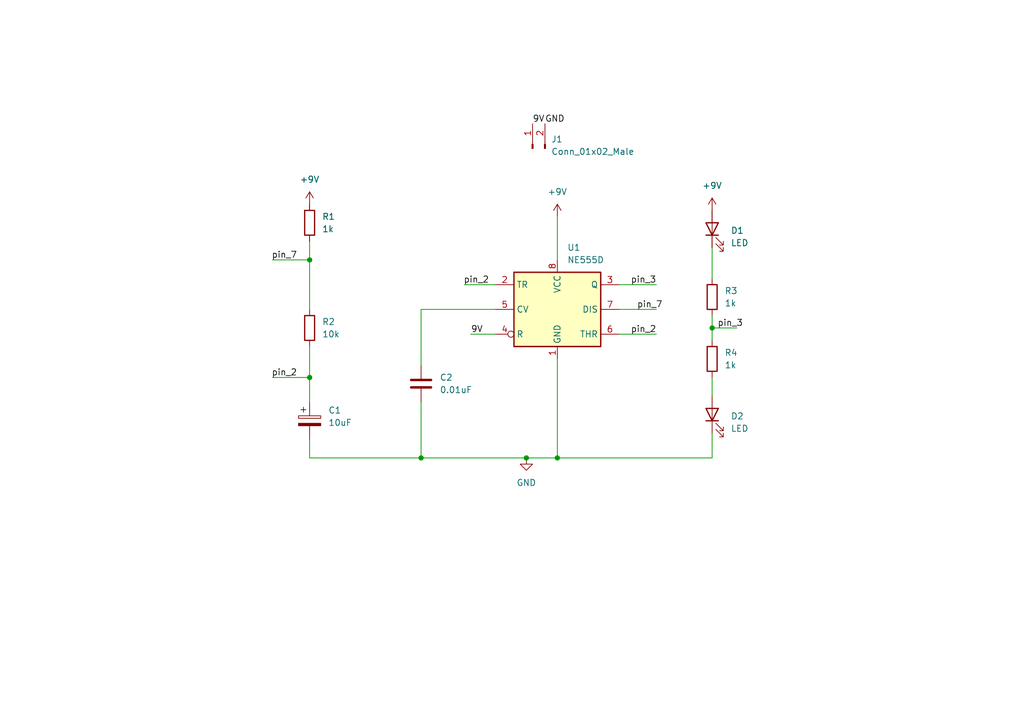
<source format=kicad_sch>
(kicad_sch (version 20211123) (generator eeschema)
  (paper "A5")
  (lib_symbols
    (symbol "Connector:Conn_01x02_Male" (pin_names (offset 1.016) hide)
      (property "Reference" "J" (at 0 2.54 0))
      (property "Value" "Conn_01x02_Male" (at 0 -5.08 0))
      (symbol "Conn_01x02_Male_1_1"
        (polyline (pts (xy 1.27 -2.54) (xy 0.8636 -2.54)) (stroke (width 0.1524)))
        (polyline (pts (xy 1.27 0) (xy 0.8636 0)) (stroke (width 0.1524)))
        (rectangle (start 0.8636 -2.413) (end 0 -2.667) (stroke (width 0.1524)) (fill (type outline)))
        (rectangle (start 0.8636 0.127) (end 0 -0.127) (stroke (width 0.1524)) (fill (type outline)))
        (pin passive line (at 5.08 0 180) (length 3.81) (name "Pin_1") (number "1"))
        (pin passive line (at 5.08 -2.54 180) (length 3.81) (name "Pin_2") (number "2"))
      )
    )
    (symbol "Device:C" (pin_numbers hide) (pin_names (offset 0.254))
      (property "Reference" "C" (at 0.635 2.54 0))
      (property "Value" "C" (at 0.635 -2.54 0))
      (symbol "C_0_1"
        (polyline (pts (xy -2.032 -0.762) (xy 2.032 -0.762)) (stroke (width 0.508)))
        (polyline (pts (xy -2.032 0.762) (xy 2.032 0.762)) (stroke (width 0.508)))
      )
      (symbol "C_1_1"
        (pin passive line (at 0 3.81 270) (length 2.794) (name "~") (number "1"))
        (pin passive line (at 0 -3.81 90) (length 2.794) (name "~") (number "2"))
      )
    )
    (symbol "Device:C_Polarized" (pin_numbers hide) (pin_names (offset 0.254))
      (property "Reference" "C" (at 0.635 2.54 0))
      (property "Value" "C_Polarized" (at 0.635 -2.54 0))
      (symbol "C_Polarized_0_1"
        (rectangle (start -2.286 0.508) (end 2.286 1.016))
        (polyline (pts (xy -1.778 2.286) (xy -0.762 2.286)))
        (polyline (pts (xy -1.27 2.794) (xy -1.27 1.778)))
        (rectangle (start 2.286 -0.508) (end -2.286 -1.016) (fill (type outline)))
      )
      (symbol "C_Polarized_1_1"
        (pin passive line (at 0 3.81 270) (length 2.794) (name "~") (number "1"))
        (pin passive line (at 0 -3.81 90) (length 2.794) (name "~") (number "2"))
      )
    )
    (symbol "Device:LED" (pin_numbers hide) (pin_names (offset 1.016) hide)
      (property "Reference" "D" (at 0 2.54 0))
      (property "Value" "LED" (at 0 -2.54 0))
      (symbol "LED_0_1"
        (polyline (pts (xy -1.27 -1.27) (xy -1.27 1.27)) (stroke (width 0.254)))
        (polyline (pts (xy -1.27 0) (xy 1.27 0)))
        (polyline (pts (xy 1.27 -1.27) (xy 1.27 1.27) (xy -1.27 0) (xy 1.27 -1.27)) (stroke (width 0.254)))
        (polyline (pts (xy -3.048 -0.762) (xy -4.572 -2.286) (xy -3.81 -2.286) (xy -4.572 -2.286) (xy -4.572 -1.524)))
        (polyline (pts (xy -1.778 -0.762) (xy -3.302 -2.286) (xy -2.54 -2.286) (xy -3.302 -2.286) (xy -3.302 -1.524)))
      )
      (symbol "LED_1_1"
        (pin passive line (at -3.81 0 0) (length 2.54) (name "K") (number "1"))
        (pin passive line (at 3.81 0 180) (length 2.54) (name "A") (number "2"))
      )
    )
    (symbol "Device:R" (pin_numbers hide) (pin_names (offset 0))
      (property "Reference" "R" (at 2.032 0 90))
      (property "Value" "R" (at 0 0 90))
      (symbol "R_0_1"
        (rectangle (start -1.016 -2.54) (end 1.016 2.54) (stroke (width 0.254)))
      )
      (symbol "R_1_1"
        (pin passive line (at 0 3.81 270) (length 1.27) (name "~") (number "1"))
        (pin passive line (at 0 -3.81 90) (length 1.27) (name "~") (number "2"))
      )
    )
    (symbol "Timer:NE555D"
      (property "Reference" "U" (at -10.16 8.89 0))
      (property "Value" "NE555D" (at 2.54 8.89 0))
      (symbol "NE555D_0_0"
        (pin power_in line (at 0 -10.16 90) (length 2.54) (name "GND") (number "1"))
        (pin power_in line (at 0 10.16 270) (length 2.54) (name "VCC") (number "8"))
      )
      (symbol "NE555D_0_1"
        (rectangle (start -8.89 -7.62) (end 8.89 7.62) (stroke (width 0.254)) (fill (type background)))
        (rectangle (start -8.89 -7.62) (end 8.89 7.62) (stroke (width 0.254)) (fill (type background)))
      )
      (symbol "NE555D_1_1"
        (pin input line (at -12.7 5.08 0) (length 3.81) (name "TR") (number "2"))
        (pin output line (at 12.7 5.08 180) (length 3.81) (name "Q") (number "3"))
        (pin input inverted (at -12.7 -5.08 0) (length 3.81) (name "R") (number "4"))
        (pin input line (at -12.7 0 0) (length 3.81) (name "CV") (number "5"))
        (pin input line (at 12.7 -5.08 180) (length 3.81) (name "THR") (number "6"))
        (pin input line (at 12.7 0 180) (length 3.81) (name "DIS") (number "7"))
      )
    )
    (symbol "power:+9V" (power) (pin_names (offset 0))
      (property "Value" "+9V" (at 0 3.556 0))
      (symbol "+9V_0_1"
        (polyline (pts (xy -0.762 1.27) (xy 0 2.54)))
        (polyline (pts (xy 0 0) (xy 0 2.54)))
        (polyline (pts (xy 0 2.54) (xy 0.762 1.27)))
      )
      (symbol "+9V_1_1"
        (pin power_in line (at 0 0 90) (length 0) hide (name "+9V") (number "1"))
      )
    )
    (symbol "power:GND" (power) (pin_names (offset 0))
      (property "Value" "GND" (at 0 -3.81 0))
      (symbol "GND_0_1"
        (polyline (pts (xy 0 0) (xy 0 -1.27) (xy 1.27 -1.27) (xy 0 -2.54) (xy -1.27 -1.27) (xy 0 -1.27)))
      )
      (symbol "GND_1_1"
        (pin power_in line (at 0 0 270) (length 0) hide (name "GND") (number "1"))
      )
    )
  )
  (junction (at 63.5 53.34))
  (junction (at 114.3 93.98))
  (junction (at 107.95 93.98))
  (junction (at 86.36 93.98))
  (junction (at 146.05 67.31))
  (junction (at 63.5 77.47))
  (wire (pts (xy 55.88 77.47) (xy 63.5 77.47)))
  (wire (pts (xy 63.5 53.34) (xy 63.5 63.5)))
  (wire (pts (xy 146.05 88.9) (xy 146.05 93.98)))
  (wire (pts (xy 146.05 50.8) (xy 146.05 57.15)))
  (wire (pts (xy 63.5 77.47) (xy 63.5 82.55)))
  (wire (pts (xy 127 63.5) (xy 134.62 63.5)))
  (wire (pts (xy 86.36 63.5) (xy 86.36 74.93)))
  (wire (pts (xy 146.05 93.98) (xy 114.3 93.98)))
  (wire (pts (xy 63.5 71.12) (xy 63.5 77.47)))
  (wire (pts (xy 55.88 53.34) (xy 63.5 53.34)))
  (wire (pts (xy 146.05 67.31) (xy 146.05 69.85)))
  (wire (pts (xy 101.6 63.5) (xy 86.36 63.5)))
  (wire (pts (xy 86.36 82.55) (xy 86.36 93.98)))
  (wire (pts (xy 146.05 64.77) (xy 146.05 67.31)))
  (wire (pts (xy 114.3 93.98) (xy 114.3 73.66)))
  (wire (pts (xy 63.5 93.98) (xy 86.36 93.98)))
  (wire (pts (xy 114.3 44.45) (xy 114.3 53.34)))
  (wire (pts (xy 146.05 67.31) (xy 151.13 67.31)))
  (wire (pts (xy 63.5 90.17) (xy 63.5 93.98)))
  (wire (pts (xy 127 58.42) (xy 134.62 58.42)))
  (wire (pts (xy 146.05 77.47) (xy 146.05 81.28)))
  (wire (pts (xy 96.52 68.58) (xy 101.6 68.58)))
  (wire (pts (xy 86.36 93.98) (xy 107.95 93.98)))
  (wire (pts (xy 127 68.58) (xy 134.62 68.58)))
  (wire (pts (xy 63.5 49.53) (xy 63.5 53.34)))
  (wire (pts (xy 107.95 93.98) (xy 114.3 93.98)))
  (wire (pts (xy 95.25 58.42) (xy 101.6 58.42)))
  (label "pin_3" (at 134.62 58.42 180))
  (label "pin_2" (at 134.62 68.58 180))
  (label "pin_7" (at 60.96 53.34 180))
  (label "pin_2" (at 100.33 58.42 180))
  (label "pin_7" (at 135.89 63.5 180))
  (label "pin_2" (at 60.96 77.47 180))
  (label "9V" (at 109.22 25.4 0))
  (label "9V" (at 99.06 68.58 180))
  (label "GND" (at 111.76 25.4 0))
  (label "pin_3" (at 152.4 67.31 180))
  (symbol (lib_id "Device:C") (at 86.36 78.74 0) (unit 1)
    (property "Reference" "C2" (at 90.17 77.4699 0) (effects (justify left)))
    (property "Value" "0.01uF" (at 90.17 80.0099 0) (effects (justify left)))
    (property "Footprint" "Capacitor_SMD:C_0805_2012Metric_Pad1.18x1.45mm_HandSolder" (effects hide))
  )
  (symbol (lib_id "Device:LED") (at 146.05 85.09 90) (unit 1)
    (property "Reference" "D2" (at 149.86 85.4074 90) (effects (justify right)))
    (property "Value" "LED" (at 149.86 87.9474 90) (effects (justify right)))
    (property "Footprint" "LED_SMD:LED_1206_3216Metric_Pad1.42x1.75mm_HandSolder" (effects hide))
  )
  (symbol (lib_id "Device:LED") (at 146.05 46.99 90) (unit 1)
    (property "Reference" "D1" (at 149.86 47.3074 90) (effects (justify right)))
    (property "Value" "LED" (at 149.86 49.8474 90) (effects (justify right)))
    (property "Footprint" "LED_SMD:LED_1206_3216Metric_Pad1.42x1.75mm_HandSolder" (effects hide))
  )
  (symbol (lib_id "Timer:NE555D") (at 114.3 63.5 0) (unit 1)
    (property "Reference" "U1" (at 116.3194 50.8 0) (effects (justify left)))
    (property "Value" "NE555D" (at 116.3194 53.34 0) (effects (justify left)))
    (property "Footprint" "Package_SO:SOIC-8-1EP_3.9x4.9mm_P1.27mm_EP2.29x3mm" (effects hide))
    (property "Datasheet" "http://www.ti.com/lit/ds/symlink/ne555.pdf" (effects hide))
  )
  (symbol (lib_id "Connector:Conn_01x02_Male") (at 109.22 30.48 90) (unit 1)
    (property "Reference" "J1" (at 113.03 28.5749 90) (effects (justify right)))
    (property "Value" "Conn_01x02_Male" (at 113.03 31.1149 90) (effects (justify right)))
    (property "Footprint" "TerminalBlock:TerminalBlock_bornier-2_P5.08mm" (effects hide))
  )
  (symbol (lib_id "Device:R") (at 146.05 73.66 180) (unit 1)
    (property "Reference" "R4" (at 148.59 72.3899 0) (effects (justify right)))
    (property "Value" "1k" (at 148.59 74.9299 0) (effects (justify right)))
    (property "Footprint" "Resistor_SMD:R_0805_2012Metric_Pad1.20x1.40mm_HandSolder" (effects hide))
  )
  (symbol (lib_id "Device:R") (at 63.5 45.72 180) (unit 1)
    (property "Reference" "R1" (at 66.04 44.4499 0) (effects (justify right)))
    (property "Value" "1k" (at 66.04 46.9899 0) (effects (justify right)))
    (property "Footprint" "Resistor_SMD:R_0805_2012Metric_Pad1.20x1.40mm_HandSolder" (effects hide))
  )
  (symbol (lib_id "power:GND") (at 107.95 93.98 0) (unit 1)
    (property "Reference" "#PWR06" (effects hide))
    (property "Value" "GND" (at 107.95 99.06 0))
  )
  (symbol (lib_id "Device:R") (at 63.5 67.31 180) (unit 1)
    (property "Reference" "R2" (at 66.04 66.0399 0) (effects (justify right)))
    (property "Value" "10k" (at 66.04 68.5799 0) (effects (justify right)))
    (property "Footprint" "Resistor_SMD:R_0805_2012Metric_Pad1.20x1.40mm_HandSolder" (effects hide))
  )
  (symbol (lib_id "Device:C_Polarized") (at 63.5 86.36 0) (unit 1)
    (property "Reference" "C1" (at 67.31 84.2009 0) (effects (justify left)))
    (property "Value" "10uF" (at 67.31 86.7409 0) (effects (justify left)))
    (property "Footprint" "Capacitor_Tantalum_SMD:CP_EIA-3216-18_Kemet-A_Pad1.58x1.35mm_HandSolder" (effects hide))
  )
  (symbol (lib_id "power:+9V") (at 63.5 41.91 0) (unit 1)
    (property "Reference" "#PWR03" (effects hide))
    (property "Value" "+9V" (at 63.5 36.83 0))
  )
  (symbol (lib_id "power:+9V") (at 146.05 43.18 0) (unit 1)
    (property "Reference" "#PWR04" (effects hide))
    (property "Value" "+9V" (at 146.05 38.1 0))
  )
  (symbol (lib_id "power:+9V") (at 114.3 44.45 0) (unit 1)
    (property "Reference" "#PWR05" (effects hide))
    (property "Value" "+9V" (at 114.3 39.37 0))
  )
  (symbol (lib_id "Device:R") (at 146.05 60.96 0) (unit 1)
    (property "Reference" "R3" (at 148.59 59.6899 0) (effects (justify left)))
    (property "Value" "1k" (at 148.59 62.2299 0) (effects (justify left)))
    (property "Footprint" "Resistor_SMD:R_0805_2012Metric_Pad1.20x1.40mm_HandSolder" (effects hide))
  )
)
</source>
